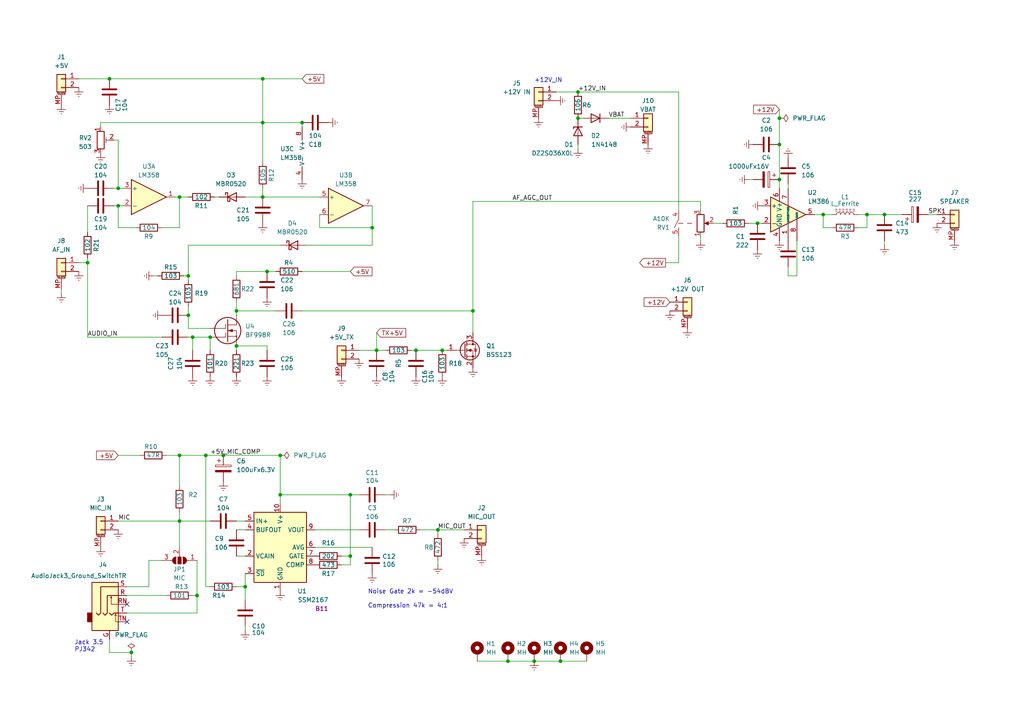
<source format=kicad_sch>
(kicad_sch (version 20230121) (generator eeschema)
  (paper "A4")
  (lib_symbols
    (symbol "Amplifier_Audio:LM386" (pin_names (offset 0.127))
      (property "Reference" "U" (at 1.27 7.62 0))
      (property "Value" "LM386" (at 1.27 5.08 0))
      (symbol "LM386_1_1"
        (pin input line (at 0 -7.62 90) (length 5.08) (name "GAIN") (number "1"))
        (pin input line (at -7.62 -2.54 0) (length 2.54) (name "-") (number "2"))
        (pin input line (at -7.62 2.54 0) (length 2.54) (name "+") (number "3"))
        (pin power_in line (at -2.54 -7.62 90) (length 3.81) (name "GND") (number "4"))
        (pin output line (at 7.62 0 180) (length 2.54) (name "~") (number "5"))
        (pin power_in line (at -2.54 7.62 270) (length 3.81) (name "V+") (number "6"))
        (pin input line (at 0 7.62 270) (length 5.08) (name "BYPASS") (number "7"))
        (pin input line (at 2.54 -7.62 90) (length 6.35) (name "GAIN") (number "8"))
      )
    )
    (symbol "Amplifier_Audio:SSM2167"
      (property "Reference" "U" (at -6.35 11.43 0))
      (property "Value" "SSM2167" (at 5.08 11.43 0))
      (symbol "SSM2167_1_1"
        (pin power_in line (at 0 -12.7 90) (length 2.54) (name "GND") (number "1"))
        (pin power_in line (at 0 12.7 270) (length 2.54) (name "V+") (number "10"))
        (pin input line (at -10.16 -2.54 0) (length 2.54) (name "VCAIN") (number "2"))
        (pin input line (at -10.16 -7.62 0) (length 2.54) (name "~{SD}") (number "3"))
        (pin output line (at -10.16 5.08 0) (length 2.54) (name "BUFOUT") (number "4"))
        (pin input line (at -10.16 7.62 0) (length 2.54) (name "IN+") (number "5"))
        (pin passive line (at 10.16 0 180) (length 2.54) (name "AVG") (number "6"))
        (pin passive line (at 10.16 -2.54 180) (length 2.54) (name "GATE") (number "7"))
        (pin passive line (at 10.16 -5.08 180) (length 2.54) (name "COMP") (number "8"))
        (pin output line (at 10.16 5.08 180) (length 2.54) (name "VOUT") (number "9"))
      )
    )
    (symbol "Amplifier_Operational:LM358" (pin_names (offset 0.127))
      (property "Reference" "U" (at 0 5.08 0))
      (property "Value" "LM358" (at 0 -5.08 0))
      (symbol "LM358_1_1"
        (pin output line (at 7.62 0 180) (length 2.54) (name "~") (number "1"))
        (pin input line (at -7.62 -2.54 0) (length 2.54) (name "-") (number "2"))
        (pin input line (at -7.62 2.54 0) (length 2.54) (name "+") (number "3"))
      )
      (symbol "LM358_2_1"
        (pin input line (at -7.62 2.54 0) (length 2.54) (name "+") (number "5"))
        (pin input line (at -7.62 -2.54 0) (length 2.54) (name "-") (number "6"))
        (pin output line (at 7.62 0 180) (length 2.54) (name "~") (number "7"))
      )
      (symbol "LM358_3_1"
        (pin power_in line (at -2.54 -7.62 90) (length 3.81) (name "V-") (number "4"))
        (pin power_in line (at -2.54 7.62 270) (length 3.81) (name "V+") (number "8"))
      )
    )
    (symbol "Connector_Audio:AudioJack3_Ground_SwitchTR"
      (property "Reference" "J" (at 0 8.89 0))
      (property "Value" "AudioJack3_Ground_SwitchTR" (at 0 6.35 0))
      (symbol "AudioJack3_Ground_SwitchTR_1_1"
        (pin passive line (at 0 -12.7 90) (length 2.54) (name "~") (number "G"))
        (pin passive line (at 5.08 0 180) (length 2.54) (name "~") (number "R"))
        (pin passive line (at 5.08 -2.54 180) (length 2.54) (name "~") (number "RN"))
        (pin passive line (at 5.08 2.54 180) (length 2.54) (name "~") (number "S"))
        (pin passive line (at 5.08 -5.08 180) (length 2.54) (name "~") (number "T"))
        (pin passive line (at 5.08 -7.62 180) (length 2.54) (name "~") (number "TN"))
      )
    )
    (symbol "Connector_Generic_MountingPin:Conn_01x02_MountingPin" (pin_names (offset 1.016) hide)
      (property "Reference" "J" (at 0 2.54 0))
      (property "Value" "Conn_01x02_MountingPin" (at 1.27 -5.08 0))
      (symbol "Conn_01x02_MountingPin_1_1"
        (text "Mounting" (at 0 -4.191 0) (effects (font (size 0.381 0.381))))
        (pin passive line (at -5.08 0 0) (length 3.81) (name "Pin_1") (number "1"))
        (pin passive line (at -5.08 -2.54 0) (length 3.81) (name "Pin_2") (number "2"))
        (pin passive line (at 0 -7.62 90) (length 3.048) (name "MountPin") (number "MP"))
      )
    )
    (symbol "Device:C" (pin_numbers hide) (pin_names (offset 0.254))
      (property "Reference" "C" (at 0.635 2.54 0))
      (property "Value" "C" (at 0.635 -2.54 0))
      (symbol "C_1_1"
        (pin passive line (at 0 3.81 270) (length 2.794) (name "~") (number "1"))
        (pin passive line (at 0 -3.81 90) (length 2.794) (name "~") (number "2"))
      )
    )
    (symbol "Device:C_Polarized" (pin_numbers hide) (pin_names (offset 0.254))
      (property "Reference" "C" (at 0.635 2.54 0))
      (property "Value" "C_Polarized" (at 0.635 -2.54 0))
      (symbol "C_Polarized_1_1"
        (pin passive line (at 0 3.81 270) (length 2.794) (name "~") (number "1"))
        (pin passive line (at 0 -3.81 90) (length 2.794) (name "~") (number "2"))
      )
    )
    (symbol "Device:D" (pin_numbers hide) (pin_names (offset 1.016) hide)
      (property "Reference" "D" (at 0 2.54 0))
      (property "Value" "D" (at 0 -2.54 0))
      (symbol "D_1_1"
        (pin passive line (at -3.81 0 0) (length 2.54) (name "K") (number "1"))
        (pin passive line (at 3.81 0 180) (length 2.54) (name "A") (number "2"))
      )
    )
    (symbol "Device:L_Ferrite" (pin_numbers hide) (pin_names (offset 1.016) hide)
      (property "Reference" "L" (at -1.27 0 90))
      (property "Value" "L_Ferrite" (at 2.794 0 90))
      (symbol "L_Ferrite_1_1"
        (pin passive line (at 0 3.81 270) (length 1.27) (name "1") (number "1"))
        (pin passive line (at 0 -3.81 90) (length 1.27) (name "2") (number "2"))
      )
    )
    (symbol "Device:R" (pin_numbers hide) (pin_names (offset 0))
      (property "Reference" "R" (at 2.032 0 90))
      (property "Value" "R" (at 0 0 90))
      (symbol "R_1_1"
        (pin passive line (at 0 3.81 270) (length 1.27) (name "~") (number "1"))
        (pin passive line (at 0 -3.81 90) (length 1.27) (name "~") (number "2"))
      )
    )
    (symbol "Device:R_Potentiometer_Trim" (pin_names (offset 1.016) hide)
      (property "Reference" "RV" (at -4.445 0 90))
      (property "Value" "R_Potentiometer_Trim" (at -2.54 0 90))
      (symbol "R_Potentiometer_Trim_1_1"
        (pin passive line (at 0 3.81 270) (length 1.27) (name "1") (number "1"))
        (pin passive line (at 3.81 0 180) (length 1.27) (name "2") (number "2"))
        (pin passive line (at 0 -3.81 90) (length 1.27) (name "3") (number "3"))
      )
    )
    (symbol "Diode:DZ2S036X0L" (pin_numbers hide) (pin_names hide)
      (property "Reference" "D" (at 0 2.54 0))
      (property "Value" "DZ2S036X0L" (at 0 -2.54 0))
      (symbol "DZ2S036X0L_1_1"
        (pin passive line (at -3.81 0 0) (length 2.54) (name "K") (number "1"))
        (pin passive line (at 3.81 0 180) (length 2.54) (name "A") (number "2"))
      )
    )
    (symbol "Diode:MBR0520" (pin_numbers hide) (pin_names (offset 1.016) hide)
      (property "Reference" "D" (at 0 2.54 0))
      (property "Value" "MBR0520" (at 0 -2.54 0))
      (symbol "MBR0520_1_1"
        (pin passive line (at -3.81 0 0) (length 2.54) (name "K") (number "1"))
        (pin passive line (at 3.81 0 180) (length 2.54) (name "A") (number "2"))
      )
    )
    (symbol "Jumper:SolderJumper_3_Open" (pin_names (offset 0) hide)
      (property "Reference" "JP" (at -2.54 -2.54 0))
      (property "Value" "SolderJumper_3_Open" (at 0 2.794 0))
      (symbol "SolderJumper_3_Open_1_1"
        (pin passive line (at -5.08 0 0) (length 2.54) (name "A") (number "1"))
        (pin passive line (at 0 -3.81 90) (length 2.54) (name "C") (number "2"))
        (pin passive line (at 5.08 0 180) (length 2.54) (name "B") (number "3"))
      )
    )
    (symbol "Mechanical:MountingHole_Pad" (pin_numbers hide) (pin_names (offset 1.016) hide)
      (property "Reference" "H" (at 0 6.35 0))
      (property "Value" "MountingHole_Pad" (at 0 4.445 0))
      (symbol "MountingHole_Pad_1_1"
        (pin input line (at 0 -2.54 90) (length 2.54) (name "1") (number "1"))
      )
    )
    (symbol "PhilsLibrary:BF998R" (pin_numbers hide) (pin_names (offset 1.016) hide)
      (property "Reference" "U" (at 0 8.89 0))
      (property "Value" "BF998R" (at 0 8.89 0))
      (symbol "BF998R_1_1"
        (pin passive line (at 2.54 -3.81 90) (length 2.54) (name "S") (number "1"))
        (pin passive line (at 2.54 5.08 270) (length 2.54) (name "D") (number "2"))
        (pin passive line (at -5.08 1.27 0) (length 2.54) (name "G2") (number "3"))
        (pin passive line (at -5.08 -1.27 0) (length 2.54) (name "G1") (number "4"))
      )
    )
    (symbol "PhilsLibrary:R_Potentiometer_Switch" (pin_names (offset 1.016) hide)
      (property "Reference" "RV" (at -10.16 0 90))
      (property "Value" "R_Potentiometer_Switch" (at -8.89 0 90))
      (symbol "R_Potentiometer_Switch_1_1"
        (pin passive line (at 0 3.81 270) (length 1.27) (name "1") (number "1"))
        (pin passive line (at 3.81 0 180) (length 1.27) (name "2") (number "2"))
        (pin passive line (at 0 -3.81 90) (length 1.27) (name "3") (number "3"))
        (pin passive line (at -6.35 -3.81 90) (length 2.54) (name "S2") (number "4"))
        (pin passive line (at -6.35 3.81 270) (length 2.54) (name "S1") (number "5"))
      )
    )
    (symbol "Transistor_FET:BSS123" (pin_names hide)
      (property "Reference" "Q" (at 5.08 1.905 0))
      (property "Value" "BSS123" (at 5.08 0 0))
      (symbol "BSS123_1_1"
        (pin input line (at -5.08 0 0) (length 2.54) (name "G") (number "1"))
        (pin passive line (at 2.54 -5.08 90) (length 2.54) (name "S") (number "2"))
        (pin passive line (at 2.54 5.08 270) (length 2.54) (name "D") (number "3"))
      )
    )
    (symbol "power:Earth" (power) (pin_names (offset 0))
      (symbol "Earth_1_1"
        (pin power_in line (at 0 0 270) (length 0) hide (name "Earth") (number "1"))
      )
    )
    (symbol "power:PWR_FLAG" (power) (pin_numbers hide) (pin_names (offset 0) hide)
      (property "Value" "PWR_FLAG" (at 0 3.81 0))
      (symbol "PWR_FLAG_0_0"
        (pin power_out line (at 0 0 90) (length 0) (name "pwr") (number "1"))
      )
    )
  )
  (junction (at 107.95 66.04))
  (junction (at 54.61 91.44))
  (junction (at 162.56 191.77))
  (junction (at 25.4 76.2))
  (junction (at 54.61 80.01))
  (junction (at 219.71 64.77))
  (junction (at 256.54 62.23))
  (junction (at 71.12 170.18))
  (junction (at 226.06 41.91))
  (junction (at 167.64 26.67))
  (junction (at 81.28 143.51))
  (junction (at 76.2 22.86))
  (junction (at 57.15 172.72))
  (junction (at 60.96 97.79))
  (junction (at 68.58 100.33))
  (junction (at 52.07 57.15))
  (junction (at 251.46 62.23))
  (junction (at 127 153.67))
  (junction (at 68.58 90.17))
  (junction (at 120.65 101.6))
  (junction (at 87.63 35.56))
  (junction (at 55.88 97.79))
  (junction (at 76.2 57.15))
  (junction (at 137.16 90.17))
  (junction (at 64.77 132.08))
  (junction (at 101.6 161.29))
  (junction (at 109.22 101.6))
  (junction (at 128.27 101.6))
  (junction (at 34.29 54.61))
  (junction (at 31.75 22.86))
  (junction (at 167.64 34.29))
  (junction (at 52.07 132.08))
  (junction (at 101.6 143.51))
  (junction (at 76.2 35.56))
  (junction (at 77.47 78.74))
  (junction (at 81.28 132.08))
  (junction (at 147.32 191.77))
  (junction (at 38.1 189.23))
  (junction (at 52.07 151.13))
  (junction (at 226.06 52.07))
  (junction (at 154.94 191.77))
  (junction (at 34.29 59.69))
  (junction (at 226.06 34.29))
  (junction (at 59.69 132.08))
  (junction (at 238.76 62.23))
  (no_connect (at 36.83 180.34))
  (no_connect (at 36.83 175.26))
  (wire (pts (xy 57.15 172.72) (xy 57.15 177.8)))
  (wire (pts (xy 137.16 90.17) (xy 137.16 96.52)))
  (wire (pts (xy 76.2 22.86) (xy 76.2 35.56)))
  (wire (pts (xy 81.28 143.51) (xy 101.6 143.51)))
  (wire (pts (xy 31.75 22.86) (xy 76.2 22.86)))
  (wire (pts (xy 128.27 101.6) (xy 129.54 101.6)))
  (wire (pts (xy 34.29 66.04) (xy 34.29 59.69)))
  (wire (pts (xy 68.58 90.17) (xy 68.58 91.44)))
  (wire (pts (xy 218.44 52.07) (xy 217.17 52.07)))
  (wire (pts (xy 36.83 170.18) (xy 43.18 170.18)))
  (wire (pts (xy 39.37 66.04) (xy 34.29 66.04)))
  (wire (pts (xy 52.07 57.15) (xy 50.8 57.15)))
  (wire (pts (xy 34.29 54.61) (xy 35.56 54.61)))
  (wire (pts (xy 54.61 71.12) (xy 54.61 80.01)))
  (wire (pts (xy 54.61 97.79) (xy 55.88 97.79)))
  (wire (pts (xy 256.54 62.23) (xy 261.62 62.23)))
  (wire (pts (xy 68.58 153.67) (xy 71.12 153.67)))
  (wire (pts (xy 59.69 132.08) (xy 64.77 132.08)))
  (wire (pts (xy 147.32 191.77) (xy 154.94 191.77)))
  (wire (pts (xy 207.01 64.77) (xy 209.55 64.77)))
  (wire (pts (xy 120.65 101.6) (xy 128.27 101.6)))
  (wire (pts (xy 238.76 62.23) (xy 238.76 66.04)))
  (wire (pts (xy 226.06 34.29) (xy 226.06 41.91)))
  (wire (pts (xy 25.4 67.31) (xy 25.4 59.69)))
  (wire (pts (xy 162.56 191.77) (xy 170.18 191.77)))
  (wire (pts (xy 154.94 191.77) (xy 162.56 191.77)))
  (wire (pts (xy 119.38 101.6) (xy 120.65 101.6)))
  (wire (pts (xy 57.15 162.56) (xy 57.15 172.72)))
  (wire (pts (xy 36.83 172.72) (xy 48.26 172.72)))
  (wire (pts (xy 81.28 143.51) (xy 81.28 146.05)))
  (wire (pts (xy 91.44 153.67) (xy 104.14 153.67)))
  (wire (pts (xy 101.6 161.29) (xy 99.06 161.29)))
  (wire (pts (xy 68.58 151.13) (xy 71.12 151.13)))
  (wire (pts (xy 62.23 57.15) (xy 63.5 57.15)))
  (wire (pts (xy 68.58 78.74) (xy 77.47 78.74)))
  (wire (pts (xy 52.07 57.15) (xy 54.61 57.15)))
  (wire (pts (xy 203.2 58.42) (xy 203.2 60.96)))
  (wire (pts (xy 127 154.94) (xy 127 153.67)))
  (wire (pts (xy 68.58 87.63) (xy 68.58 90.17)))
  (wire (pts (xy 217.17 64.77) (xy 219.71 64.77)))
  (wire (pts (xy 76.2 46.99) (xy 76.2 35.56)))
  (wire (pts (xy 196.85 26.67) (xy 196.85 60.96)))
  (wire (pts (xy 92.71 62.23) (xy 92.71 66.04)))
  (wire (pts (xy 88.9 71.12) (xy 107.95 71.12)))
  (wire (pts (xy 22.86 22.86) (xy 31.75 22.86)))
  (wire (pts (xy 168.91 34.29) (xy 167.64 34.29)))
  (wire (pts (xy 68.58 170.18) (xy 71.12 170.18)))
  (wire (pts (xy 138.43 191.77) (xy 147.32 191.77)))
  (wire (pts (xy 34.29 59.69) (xy 35.56 59.69)))
  (wire (pts (xy 34.29 40.64) (xy 33.02 40.64)))
  (wire (pts (xy 46.99 97.79) (xy 25.4 97.79)))
  (wire (pts (xy 104.14 143.51) (xy 101.6 143.51)))
  (wire (pts (xy 182.88 34.29) (xy 176.53 34.29)))
  (wire (pts (xy 33.02 59.69) (xy 34.29 59.69)))
  (wire (pts (xy 25.4 76.2) (xy 25.4 74.93)))
  (wire (pts (xy 92.71 66.04) (xy 107.95 66.04)))
  (wire (pts (xy 43.18 162.56) (xy 46.99 162.56)))
  (wire (pts (xy 34.29 132.08) (xy 40.64 132.08)))
  (wire (pts (xy 38.1 189.23) (xy 31.75 189.23)))
  (wire (pts (xy 87.63 35.56) (xy 76.2 35.56)))
  (wire (pts (xy 87.63 36.83) (xy 87.63 35.56)))
  (wire (pts (xy 54.61 81.28) (xy 54.61 80.01)))
  (wire (pts (xy 109.22 101.6) (xy 111.76 101.6)))
  (wire (pts (xy 226.06 31.75) (xy 226.06 34.29)))
  (wire (pts (xy 38.1 189.23) (xy 38.1 190.5)))
  (wire (pts (xy 81.28 71.12) (xy 54.61 71.12)))
  (wire (pts (xy 55.88 97.79) (xy 55.88 101.6)))
  (wire (pts (xy 248.92 62.23) (xy 251.46 62.23)))
  (wire (pts (xy 68.58 90.17) (xy 80.01 90.17)))
  (wire (pts (xy 71.12 182.88) (xy 71.12 181.61)))
  (wire (pts (xy 81.28 132.08) (xy 81.28 143.51)))
  (wire (pts (xy 59.69 170.18) (xy 60.96 170.18)))
  (wire (pts (xy 193.04 76.2) (xy 196.85 76.2)))
  (wire (pts (xy 167.64 26.67) (xy 196.85 26.67)))
  (wire (pts (xy 64.77 132.08) (xy 81.28 132.08)))
  (wire (pts (xy 228.6 80.01) (xy 228.6 77.47)))
  (wire (pts (xy 52.07 151.13) (xy 52.07 158.75)))
  (wire (pts (xy 137.16 58.42) (xy 203.2 58.42)))
  (wire (pts (xy 228.6 80.01) (xy 231.14 80.01)))
  (wire (pts (xy 101.6 163.83) (xy 99.06 163.83)))
  (wire (pts (xy 52.07 140.97) (xy 52.07 132.08)))
  (wire (pts (xy 71.12 57.15) (xy 76.2 57.15)))
  (wire (pts (xy 68.58 78.74) (xy 68.58 80.01)))
  (wire (pts (xy 77.47 78.74) (xy 80.01 78.74)))
  (wire (pts (xy 256.54 69.85) (xy 256.54 71.12)))
  (wire (pts (xy 53.34 80.01) (xy 54.61 80.01)))
  (wire (pts (xy 29.21 36.83) (xy 29.21 35.56)))
  (wire (pts (xy 52.07 151.13) (xy 60.96 151.13)))
  (wire (pts (xy 17.78 83.82) (xy 17.78 85.09)))
  (wire (pts (xy 137.16 90.17) (xy 137.16 58.42)))
  (wire (pts (xy 52.07 151.13) (xy 52.07 148.59)))
  (wire (pts (xy 196.85 76.2) (xy 196.85 68.58)))
  (wire (pts (xy 48.26 132.08) (xy 52.07 132.08)))
  (wire (pts (xy 54.61 95.25) (xy 54.61 91.44)))
  (wire (pts (xy 29.21 35.56) (xy 76.2 35.56)))
  (wire (pts (xy 25.4 76.2) (xy 25.4 97.79)))
  (wire (pts (xy 236.22 62.23) (xy 238.76 62.23)))
  (wire (pts (xy 46.99 66.04) (xy 52.07 66.04)))
  (wire (pts (xy 52.07 132.08) (xy 59.69 132.08)))
  (wire (pts (xy 68.58 100.33) (xy 77.47 100.33)))
  (wire (pts (xy 45.72 80.01) (xy 44.45 80.01)))
  (wire (pts (xy 104.14 101.6) (xy 109.22 101.6)))
  (wire (pts (xy 55.88 172.72) (xy 57.15 172.72)))
  (wire (pts (xy 251.46 62.23) (xy 256.54 62.23)))
  (wire (pts (xy 76.2 57.15) (xy 92.71 57.15)))
  (wire (pts (xy 228.6 53.34) (xy 228.6 54.61)))
  (wire (pts (xy 71.12 161.29) (xy 68.58 161.29)))
  (wire (pts (xy 36.83 177.8) (xy 57.15 177.8)))
  (wire (pts (xy 71.12 166.37) (xy 71.12 170.18)))
  (wire (pts (xy 219.71 64.77) (xy 220.98 64.77)))
  (wire (pts (xy 203.2 68.58) (xy 203.2 69.85)))
  (wire (pts (xy 226.06 52.07) (xy 226.06 54.61)))
  (wire (pts (xy 71.12 173.99) (xy 71.12 170.18)))
  (wire (pts (xy 111.76 153.67) (xy 114.3 153.67)))
  (wire (pts (xy 76.2 57.15) (xy 76.2 54.61)))
  (wire (pts (xy 55.88 97.79) (xy 60.96 97.79)))
  (wire (pts (xy 251.46 62.23) (xy 251.46 66.04)))
  (wire (pts (xy 101.6 143.51) (xy 101.6 161.29)))
  (wire (pts (xy 109.22 96.52) (xy 109.22 101.6)))
  (wire (pts (xy 31.75 189.23) (xy 31.75 185.42)))
  (wire (pts (xy 43.18 162.56) (xy 43.18 170.18)))
  (wire (pts (xy 238.76 62.23) (xy 241.3 62.23)))
  (wire (pts (xy 127 162.56) (xy 127 163.83)))
  (wire (pts (xy 60.96 97.79) (xy 60.96 101.6)))
  (wire (pts (xy 34.29 151.13) (xy 52.07 151.13)))
  (wire (pts (xy 52.07 66.04) (xy 52.07 57.15)))
  (wire (pts (xy 91.44 158.75) (xy 107.95 158.75)))
  (wire (pts (xy 60.96 95.25) (xy 54.61 95.25)))
  (wire (pts (xy 107.95 66.04) (xy 107.95 59.69)))
  (wire (pts (xy 87.63 78.74) (xy 101.6 78.74)))
  (wire (pts (xy 111.76 143.51) (xy 113.03 143.51)))
  (wire (pts (xy 251.46 66.04) (xy 248.92 66.04)))
  (wire (pts (xy 101.6 163.83) (xy 101.6 161.29)))
  (wire (pts (xy 34.29 54.61) (xy 33.02 54.61)))
  (wire (pts (xy 167.64 41.91) (xy 167.64 43.18)))
  (wire (pts (xy 34.29 40.64) (xy 34.29 54.61)))
  (wire (pts (xy 269.24 62.23) (xy 271.78 62.23)))
  (wire (pts (xy 76.2 22.86) (xy 87.63 22.86)))
  (wire (pts (xy 121.92 153.67) (xy 127 153.67)))
  (wire (pts (xy 22.86 76.2) (xy 25.4 76.2)))
  (wire (pts (xy 238.76 66.04) (xy 241.3 66.04)))
  (wire (pts (xy 68.58 100.33) (xy 68.58 101.6)))
  (wire (pts (xy 107.95 71.12) (xy 107.95 66.04)))
  (wire (pts (xy 231.14 80.01) (xy 231.14 69.85)))
  (wire (pts (xy 59.69 132.08) (xy 59.69 170.18)))
  (wire (pts (xy 161.29 26.67) (xy 167.64 26.67)))
  (wire (pts (xy 226.06 41.91) (xy 226.06 52.07)))
  (wire (pts (xy 127 153.67) (xy 134.62 153.67)))
  (wire (pts (xy 87.63 90.17) (xy 137.16 90.17)))
  (wire (pts (xy 54.61 88.9) (xy 54.61 91.44)))
  (wire (pts (xy 77.47 100.33) (xy 77.47 101.6)))
  (text "Jack 3.5\nPJ342\n" (at 21.59 189.23 0) (effects (font (size 1.27 1.27)) (justify left bottom)))
  (text "+12V_IN" (at 154.94 24.13 0) (effects (font (size 1.27 1.27)) (justify left bottom)))
  (text "Noise Gate 2k = -54dBV\n\nCompression 47k = 4:1" (at 106.68 176.53 0) (effects (font (size 1.27 1.27)) (justify left bottom)))
  (label "SPK" (at 269.24 62.23 0))
  (label "AF_AGC_OUT" (at 148.59 58.42 0))
  (label "MIC" (at 34.29 151.13 0))
  (label "MIC_OUT" (at 127 153.67 0))
  (label "+5V_MIC_COMP" (at 60.96 132.08 0))
  (label "AUDIO_IN" (at 25.4 97.79 0))
  (label "+12V_IN" (at 167.64 26.67 0))
  (label "VBAT" (at 176.53 34.29 0))
  (global_label "+12V" (shape output) (at 193.04 76.2 180) (property "Intersheetrefs" "${INTERSHEET_REFS}" (effects hide)))
  (global_label "+5V" (shape input) (at 101.6 78.74 0) (property "Intersheetrefs" "${INTERSHEET_REFS}" (effects hide)))
  (global_label "+5V" (shape input) (at 34.29 132.08 180) (property "Intersheetrefs" "${INTERSHEET_REFS}" (effects hide)))
  (global_label "+12V" (shape input) (at 226.06 31.75 180) (property "Intersheetrefs" "${INTERSHEET_REFS}" (effects hide)))
  (global_label "+5V" (shape input) (at 87.63 22.86 0) (property "Intersheetrefs" "${INTERSHEET_REFS}" (effects hide)))
  (global_label "+12V" (shape input) (at 194.31 87.63 180) (property "Intersheetrefs" "${INTERSHEET_REFS}" (effects hide)))
  (global_label "TX+5V" (shape input) (at 109.22 96.52 0) (property "Intersheetrefs" "${INTERSHEET_REFS}" (effects hide)))
  (symbol (lib_id "power:Earth") (at 29.21 158.75 0) (unit 1)
    (property "Reference" "#PWR012" (effects hide))
    (property "Value" "Earth" (effects hide))
  )
  (symbol (lib_id "power:Earth") (at 154.94 191.77 0) (unit 1)
    (property "Reference" "#PWR014" (effects hide))
    (property "Value" "Earth" (effects hide))
  )
  (symbol (lib_id "power:Earth") (at 217.17 52.07 270) (unit 1)
    (property "Reference" "#PWR04" (effects hide))
    (property "Value" "Earth" (effects hide))
  )
  (symbol (lib_id "Device:R") (at 118.11 153.67 90) (unit 1)
    (property "Reference" "R7" (at 119.38 151.13 90) (effects (justify left)))
    (property "Value" "472" (at 118.11 153.67 90))
    (property "Footprint" "Resistor_SMD:R_0805_2012Metric" (effects hide))
  )
  (symbol (lib_id "Connector_Generic_MountingPin:Conn_01x02_MountingPin") (at 156.21 26.67 0) (mirror y) (unit 1)
    (property "Reference" "J5" (at 149.86 24.13 0))
    (property "Value" "+12V IN" (at 149.86 26.67 0))
    (property "Footprint" "Connector_JST:JST_PH_S2B-PH-SM4-TB_1x02-1MP_P2.00mm_Horizontal" (effects hide))
  )
  (symbol (lib_id "power:Earth") (at 199.39 95.25 0) (unit 1)
    (property "Reference" "#PWR026" (effects hide))
    (property "Value" "Earth" (effects hide))
  )
  (symbol (lib_id "Connector_Generic_MountingPin:Conn_01x02_MountingPin") (at 17.78 76.2 0) (mirror y) (unit 1)
    (property "Reference" "J8" (at 17.78 69.85 0))
    (property "Value" "AF_IN" (at 17.78 72.39 0))
    (property "Footprint" "Connector_JST:JST_PH_S2B-PH-SM4-TB_1x02-1MP_P2.00mm_Horizontal" (effects hide))
  )
  (symbol (lib_id "power:Earth") (at 95.25 35.56 90) (unit 1)
    (property "Reference" "#PWR040" (effects hide))
    (property "Value" "Earth" (effects hide))
  )
  (symbol (lib_id "Device:R") (at 60.96 105.41 0) (unit 1)
    (property "Reference" "R20" (at 62.23 105.41 0) (effects (justify left)))
    (property "Value" "101" (at 60.96 105.41 90))
    (property "Footprint" "Resistor_SMD:R_0805_2012Metric" (effects hide))
  )
  (symbol (lib_id "power:Earth") (at 203.2 69.85 0) (unit 1)
    (property "Reference" "#PWR02" (effects hide))
    (property "Value" "Earth" (effects hide))
  )
  (symbol (lib_id "Device:C") (at 219.71 68.58 0) (unit 1)
    (property "Reference" "C1" (at 213.36 68.58 0) (effects (justify left)))
    (property "Value" "222" (at 213.36 71.12 0) (effects (justify left)))
    (property "Footprint" "Capacitor_SMD:C_0805_2012Metric" (effects hide))
  )
  (symbol (lib_id "Amplifier_Operational:LM358") (at 90.17 44.45 0) (unit 3)
    (property "Reference" "U3" (at 81.28 43.18 0) (effects (justify left)))
    (property "Value" "LM358" (at 81.28 45.72 0) (effects (justify left)))
    (property "Footprint" "Package_SO:SO-8_3.9x4.9mm_P1.27mm" (effects hide))
    (property "Datasheet" "http://www.ti.com/lit/ds/symlink/lm2904-n.pdf" (effects hide))
  )
  (symbol (lib_id "Device:R") (at 83.82 78.74 90) (unit 1)
    (property "Reference" "R4" (at 85.09 76.2 90) (effects (justify left)))
    (property "Value" "510" (at 83.82 78.74 90))
    (property "Footprint" "Resistor_SMD:R_0805_2012Metric" (effects hide))
  )
  (symbol (lib_id "power:Earth") (at 22.86 25.4 0) (unit 1)
    (property "Reference" "#PWR011" (effects hide))
    (property "Value" "Earth" (effects hide))
  )
  (symbol (lib_id "Device:C") (at 76.2 60.96 180) (unit 1)
    (property "Reference" "C21" (at 68.58 60.96 0) (effects (justify right)))
    (property "Value" "105" (at 68.58 63.5 0) (effects (justify right)))
    (property "Footprint" "Capacitor_SMD:C_0805_2012Metric" (effects hide))
  )
  (symbol (lib_id "Device:R") (at 128.27 105.41 180) (unit 1)
    (property "Reference" "R18" (at 132.08 105.41 0))
    (property "Value" "103" (at 128.27 105.41 90))
    (property "Footprint" "Resistor_SMD:R_0805_2012Metric" (effects hide))
  )
  (symbol (lib_id "power:Earth") (at 44.45 80.01 270) (mirror x) (unit 1)
    (property "Reference" "#PWR045" (effects hide))
    (property "Value" "Earth" (effects hide))
  )
  (symbol (lib_id "power:PWR_FLAG") (at 226.06 34.29 270) (unit 1)
    (property "Reference" "#FLG02" (effects hide))
    (property "Value" "PWR_FLAG" (at 229.87 34.29 90) (effects (justify left)))
  )
  (symbol (lib_id "power:Earth") (at 271.78 64.77 0) (unit 1)
    (property "Reference" "#PWR029" (effects hide))
    (property "Value" "Earth" (effects hide))
  )
  (symbol (lib_id "power:Earth") (at 139.7 161.29 0) (unit 1)
    (property "Reference" "#PWR06" (effects hide))
    (property "Value" "Earth" (effects hide))
  )
  (symbol (lib_id "power:Earth") (at 64.77 139.7 0) (unit 1)
    (property "Reference" "#PWR010" (effects hide))
    (property "Value" "Earth" (effects hide))
  )
  (symbol (lib_id "power:Earth") (at 109.22 109.22 0) (unit 1)
    (property "Reference" "#PWR033" (effects hide))
    (property "Value" "Earth" (effects hide))
  )
  (symbol (lib_id "power:Earth") (at 38.1 190.5 0) (unit 1)
    (property "Reference" "#PWR016" (effects hide))
    (property "Value" "Earth" (effects hide))
  )
  (symbol (lib_id "Device:C") (at 77.47 105.41 180) (unit 1)
    (property "Reference" "C25" (at 81.28 104.14 0) (effects (justify right)))
    (property "Value" "106" (at 81.28 106.68 0) (effects (justify right)))
    (property "Footprint" "Capacitor_SMD:C_0805_2012Metric" (effects hide))
  )
  (symbol (lib_id "power:Earth") (at 120.65 109.22 0) (unit 1)
    (property "Reference" "#PWR034" (effects hide))
    (property "Value" "Earth" (effects hide))
  )
  (symbol (lib_id "Device:L_Ferrite") (at 245.11 62.23 90) (unit 1)
    (property "Reference" "L1" (at 245.11 57.15 90))
    (property "Value" "L_Ferrite" (at 245.11 59.055 90))
    (property "Footprint" "Inductor_SMD:L_Taiyo-Yuden_NR-10050_9.8x10.0mm" (effects hide))
  )
  (symbol (lib_id "Device:R") (at 127 158.75 180) (unit 1)
    (property "Reference" "R8" (at 125.73 158.75 0) (effects (justify left)))
    (property "Value" "472" (at 127 158.75 90))
    (property "Footprint" "Resistor_SMD:R_0805_2012Metric" (effects hide))
  )
  (symbol (lib_id "power:Earth") (at 29.21 44.45 0) (unit 1)
    (property "Reference" "#PWR043" (effects hide))
    (property "Value" "Earth" (effects hide))
  )
  (symbol (lib_id "power:Earth") (at 218.44 41.91 270) (unit 1)
    (property "Reference" "#PWR09" (effects hide))
    (property "Value" "Earth" (effects hide))
  )
  (symbol (lib_id "power:Earth") (at 104.14 104.14 0) (unit 1)
    (property "Reference" "#PWR032" (effects hide))
    (property "Value" "Earth" (effects hide))
  )
  (symbol (lib_id "power:Earth") (at 156.21 34.29 0) (unit 1)
    (property "Reference" "#PWR025" (effects hide))
    (property "Value" "Earth" (effects hide))
  )
  (symbol (lib_id "power:Earth") (at 17.78 30.48 0) (unit 1)
    (property "Reference" "#PWR08" (effects hide))
    (property "Value" "Earth" (effects hide))
  )
  (symbol (lib_id "power:Earth") (at 226.06 69.85 0) (unit 1)
    (property "Reference" "#PWR022" (effects hide))
    (property "Value" "Earth" (effects hide))
  )
  (symbol (lib_id "power:Earth") (at 31.75 30.48 0) (unit 1)
    (property "Reference" "#PWR039" (effects hide))
    (property "Value" "Earth" (effects hide))
  )
  (symbol (lib_id "Device:C") (at 107.95 143.51 90) (unit 1)
    (property "Reference" "C11" (at 107.95 137.1092 90))
    (property "Value" "104" (at 107.95 139.4206 90))
    (property "Footprint" "Capacitor_SMD:C_0805_2012Metric" (effects hide))
    (property "VendorPart" "CC0805KRX7R9BB104" (effects hide))
    (property "LCSC Part" "C49678" (effects hide))
    (property "Manufacturer" "Samsung Electro-Mechanics" (effects hide))
  )
  (symbol (lib_id "Amplifier_Audio:LM386") (at 228.6 62.23 0) (unit 1)
    (property "Reference" "U2" (at 235.585 55.88 0))
    (property "Value" "LM386" (at 237.49 58.42 0))
    (property "Footprint" "Package_SO:PowerIntegrations_SO-8" (effects hide))
    (property "Datasheet" "http://www.ti.com/lit/ds/symlink/lm386.pdf" (effects hide))
  )
  (symbol (lib_id "Device:R") (at 68.58 105.41 0) (unit 1)
    (property "Reference" "R23" (at 69.85 105.41 0) (effects (justify left)))
    (property "Value" "221" (at 68.58 105.41 90))
    (property "Footprint" "Resistor_SMD:R_0805_2012Metric" (effects hide))
  )
  (symbol (lib_id "Device:C") (at 68.58 157.48 0) (unit 1)
    (property "Reference" "C9" (at 62.23 156.21 0) (effects (justify left)))
    (property "Value" "106" (at 62.23 158.75 0) (effects (justify left)))
    (property "Footprint" "Capacitor_SMD:C_0805_2012Metric" (effects hide))
    (property "LCSC Part" "C15850" (effects hide))
    (property "Manufacturer" "Samsung Electro-Mechanics" (effects hide))
    (property "VendorPart" "CL21A106KAYNNNE" (effects hide))
  )
  (symbol (lib_id "Device:R") (at 213.36 64.77 90) (unit 1)
    (property "Reference" "R1" (at 213.36 60.96 0))
    (property "Value" "103" (at 213.36 64.77 90))
    (property "Footprint" "Resistor_SMD:R_0805_2012Metric" (effects hide))
  )
  (symbol (lib_id "Mechanical:MountingHole_Pad") (at 138.43 189.23 0) (unit 1)
    (property "Reference" "H1" (at 140.97 186.69 0) (effects (justify left)))
    (property "Value" "MH" (at 140.97 189.23 0) (effects (justify left)))
    (property "Footprint" "MountingHole:MountingHole_3.2mm_M3_Pad" (effects hide))
  )
  (symbol (lib_id "Device:C") (at 50.8 97.79 90) (unit 1)
    (property "Reference" "C23" (at 46.99 100.33 90))
    (property "Value" "105" (at 46.99 102.87 90))
    (property "Footprint" "Capacitor_SMD:C_0805_2012Metric" (effects hide))
  )
  (symbol (lib_id "Device:R") (at 68.58 83.82 0) (unit 1)
    (property "Reference" "R22" (at 69.85 83.82 0) (effects (justify left)))
    (property "Value" "681" (at 68.58 83.82 90))
    (property "Footprint" "Resistor_SMD:R_0805_2012Metric" (effects hide))
  )
  (symbol (lib_id "Device:C") (at 256.54 66.04 0) (unit 1)
    (property "Reference" "C14" (at 259.715 64.7699 0) (effects (justify left)))
    (property "Value" "473" (at 259.715 67.3099 0) (effects (justify left)))
    (property "Footprint" "Capacitor_SMD:C_0805_2012Metric" (effects hide))
  )
  (symbol (lib_id "power:Earth") (at 228.6 45.72 180) (unit 1)
    (property "Reference" "#PWR023" (effects hide))
    (property "Value" "Earth" (effects hide))
  )
  (symbol (lib_id "power:Earth") (at 71.12 182.88 0) (unit 1)
    (property "Reference" "#PWR017" (effects hide))
    (property "Value" "Earth" (effects hide))
  )
  (symbol (lib_id "Device:D") (at 172.72 34.29 0) (mirror y) (unit 1)
    (property "Reference" "D2" (at 172.72 39.37 0))
    (property "Value" "1N4148" (at 175.26 41.91 0))
    (property "Footprint" "Diode_SMD:D_SOD-123" (effects hide))
    (property "Sim.Device" "D" (effects hide))
    (property "Sim.Pins" "1=K 2=A" (effects hide))
  )
  (symbol (lib_id "Device:R") (at 95.25 161.29 270) (unit 1)
    (property "Reference" "R16" (at 95.25 157.48 90))
    (property "Value" "202" (at 95.25 161.29 90))
    (property "Footprint" "Resistor_SMD:R_0805_2012Metric" (effects hide))
  )
  (symbol (lib_id "Device:C") (at 29.21 54.61 90) (unit 1)
    (property "Reference" "C20" (at 29.21 48.26 90))
    (property "Value" "104" (at 29.21 50.8 90))
    (property "Footprint" "Capacitor_SMD:C_0805_2012Metric" (effects hide))
  )
  (symbol (lib_id "Amplifier_Operational:LM358") (at 100.33 59.69 0) (unit 2)
    (property "Reference" "U3" (at 100.33 50.8 0))
    (property "Value" "LM358" (at 100.33 53.34 0))
    (property "Footprint" "Package_SO:SO-8_3.9x4.9mm_P1.27mm" (effects hide))
    (property "Datasheet" "http://www.ti.com/lit/ds/symlink/lm2904-n.pdf" (effects hide))
  )
  (symbol (lib_id "power:Earth") (at 46.99 91.44 270) (mirror x) (unit 1)
    (property "Reference" "#PWR049" (effects hide))
    (property "Value" "Earth" (effects hide))
  )
  (symbol (lib_id "Device:C_Polarized") (at 64.77 135.89 0) (unit 1)
    (property "Reference" "C6" (at 68.58 133.731 0) (effects (justify left)))
    (property "Value" "100uFx6.3V" (at 68.58 136.271 0) (effects (justify left)))
    (property "Footprint" "Capacitor_SMD:CP_Elec_8x10.5" (effects hide))
  )
  (symbol (lib_id "power:Earth") (at 127 163.83 0) (unit 1)
    (property "Reference" "#PWR05" (effects hide))
    (property "Value" "Earth" (effects hide))
  )
  (symbol (lib_id "power:Earth") (at 87.63 52.07 0) (unit 1)
    (property "Reference" "#PWR041" (effects hide))
    (property "Value" "Earth" (effects hide))
  )
  (symbol (lib_id "Mechanical:MountingHole_Pad") (at 162.56 189.23 0) (unit 1)
    (property "Reference" "H4" (at 165.1 186.69 0) (effects (justify left)))
    (property "Value" "MH" (at 165.1 189.23 0) (effects (justify left)))
    (property "Footprint" "MountingHole:MountingHole_3.2mm_M3_Pad" (effects hide))
  )
  (symbol (lib_id "power:Earth") (at 194.31 90.17 0) (unit 1)
    (property "Reference" "#PWR027" (effects hide))
    (property "Value" "Earth" (effects hide))
  )
  (symbol (lib_id "power:Earth") (at 276.86 69.85 0) (unit 1)
    (property "Reference" "#PWR028" (effects hide))
    (property "Value" "Earth" (effects hide))
  )
  (symbol (lib_id "Device:R") (at 245.11 66.04 90) (unit 1)
    (property "Reference" "R3" (at 245.11 68.58 90))
    (property "Value" "47R" (at 245.11 66.04 90))
    (property "Footprint" "Resistor_SMD:R_0805_2012Metric" (effects hide))
  )
  (symbol (lib_id "Connector_Generic_MountingPin:Conn_01x02_MountingPin") (at 99.06 101.6 0) (mirror y) (unit 1)
    (property "Reference" "J9" (at 99.06 95.25 0))
    (property "Value" "+5V_TX" (at 99.06 97.79 0))
    (property "Footprint" "Connector_JST:JST_PH_S2B-PH-SM4-TB_1x02-1MP_P2.00mm_Horizontal" (effects hide))
  )
  (symbol (lib_id "Device:R") (at 58.42 57.15 90) (unit 1)
    (property "Reference" "R11" (at 58.42 59.69 90))
    (property "Value" "102" (at 58.42 57.15 90))
    (property "Footprint" "Capacitor_SMD:C_0805_2012Metric" (effects hide))
  )
  (symbol (lib_id "power:Earth") (at 219.71 72.39 0) (unit 1)
    (property "Reference" "#PWR03" (effects hide))
    (property "Value" "Earth" (effects hide))
  )
  (symbol (lib_id "Device:C") (at 50.8 91.44 90) (unit 1)
    (property "Reference" "C24" (at 50.8 85.09 90))
    (property "Value" "104" (at 50.8 87.63 90))
    (property "Footprint" "Capacitor_SMD:C_0805_2012Metric" (effects hide))
  )
  (symbol (lib_id "power:Earth") (at 77.47 109.22 0) (unit 1)
    (property "Reference" "#PWR052" (effects hide))
    (property "Value" "Earth" (effects hide))
  )
  (symbol (lib_id "Device:C") (at 71.12 177.8 180) (unit 1)
    (property "Reference" "C10" (at 73.025 181.61 0) (effects (justify right)))
    (property "Value" "104" (at 73.025 183.515 0) (effects (justify right)))
    (property "Footprint" "Capacitor_SMD:C_0805_2012Metric" (effects hide))
    (property "VendorPart" "CC0805KRX7R9BB104" (effects hide))
    (property "LCSC Part" "C49678" (effects hide))
    (property "Manufacturer" "Samsung Electro-Mechanics" (effects hide))
  )
  (symbol (lib_id "power:Earth") (at 68.58 109.22 0) (unit 1)
    (property "Reference" "#PWR051" (effects hide))
    (property "Value" "Earth" (effects hide))
  )
  (symbol (lib_id "power:Earth") (at 134.62 156.21 0) (unit 1)
    (property "Reference" "#PWR07" (effects hide))
    (property "Value" "Earth" (effects hide))
  )
  (symbol (lib_id "Device:C_Polarized") (at 222.25 52.07 270) (unit 1)
    (property "Reference" "C4" (at 222.25 45.72 90))
    (property "Value" "1000uFx16V" (at 217.17 48.26 90))
    (property "Footprint" "Capacitor_SMD:CP_Elec_10x12.6" (effects hide))
  )
  (symbol (lib_id "Device:R") (at 64.77 170.18 270) (unit 1)
    (property "Reference" "R14" (at 63.5 172.72 90))
    (property "Value" "103" (at 64.77 170.18 90))
    (property "Footprint" "Resistor_SMD:R_0805_2012Metric" (effects hide))
    (property "LCSC Part" "C25744" (effects hide))
    (property "Manufacturer" "Uniroyal Elec" (effects hide))
    (property "VendorPart" "0402WGF1002TCE" (effects hide))
  )
  (symbol (lib_id "power:Earth") (at 107.95 166.37 0) (unit 1)
    (property "Reference" "#PWR020" (effects hide))
    (property "Value" "Earth" (effects hide))
  )
  (symbol (lib_id "Diode:MBR0520") (at 85.09 71.12 0) (unit 1)
    (property "Reference" "D4" (at 84.7725 64.77 0))
    (property "Value" "MBR0520" (at 84.7725 67.31 0))
    (property "Footprint" "Diode_SMD:D_SOD-123" (effects hide))
    (property "Datasheet" "http://www.mccsemi.com/up_pdf/MBR0520~MBR0580(SOD123).pdf" (effects hide))
  )
  (symbol (lib_id "Device:R") (at 167.64 30.48 180) (unit 1)
    (property "Reference" "R6" (at 170.18 30.48 0))
    (property "Value" "106" (at 167.64 30.48 90))
    (property "Footprint" "Resistor_SMD:R_0805_2012Metric" (effects hide))
  )
  (symbol (lib_id "Device:C") (at 91.44 35.56 270) (unit 1)
    (property "Reference" "C18" (at 91.44 41.91 90))
    (property "Value" "104" (at 91.44 39.37 90))
    (property "Footprint" "Capacitor_SMD:C_0805_2012Metric" (effects hide))
  )
  (symbol (lib_id "Transistor_FET:BSS123") (at 134.62 101.6 0) (unit 1)
    (property "Reference" "Q1" (at 140.97 100.33 0) (effects (justify left)))
    (property "Value" "BSS123" (at 140.97 102.87 0) (effects (justify left)))
    (property "Footprint" "Package_TO_SOT_SMD:SOT-23" (effects hide))
    (property "Datasheet" "http://www.diodes.com/assets/Datasheets/ds30366.pdf" (effects hide))
  )
  (symbol (lib_id "power:PWR_FLAG") (at 81.28 132.08 270) (unit 1)
    (property "Reference" "#FLG03" (effects hide))
    (property "Value" "PWR_FLAG" (at 85.09 132.08 90) (effects (justify left)))
  )
  (symbol (lib_id "power:Earth") (at 256.54 71.12 0) (unit 1)
    (property "Reference" "#PWR024" (effects hide))
    (property "Value" "Earth" (effects hide))
  )
  (symbol (lib_id "power:Earth") (at 182.88 36.83 270) (mirror x) (unit 1)
    (property "Reference" "#PWR037" (effects hide))
    (property "Value" "Earth" (effects hide))
  )
  (symbol (lib_id "Device:R") (at 44.45 132.08 90) (unit 1)
    (property "Reference" "R10" (at 45.72 129.54 90) (effects (justify left)))
    (property "Value" "47R" (at 44.45 132.08 90))
    (property "Footprint" "Resistor_SMD:R_0805_2012Metric" (effects hide))
  )
  (symbol (lib_id "Jumper:SolderJumper_3_Open") (at 52.07 162.56 180) (unit 1)
    (property "Reference" "JP1" (at 52.07 165.1 0))
    (property "Value" "MIC" (at 52.07 167.64 0))
    (property "Footprint" "Jumper:SolderJumper-3_P1.3mm_Open_RoundedPad1.0x1.5mm_NumberLabels" (effects hide))
  )
  (symbol (lib_id "Device:C") (at 228.6 49.53 0) (unit 1)
    (property "Reference" "C5" (at 232.41 48.2599 0) (effects (justify left)))
    (property "Value" "106" (at 232.41 50.7999 0) (effects (justify left)))
    (property "Footprint" "Capacitor_SMD:C_0805_2012Metric" (effects hide))
  )
  (symbol (lib_id "Device:C") (at 107.95 162.56 0) (unit 1)
    (property "Reference" "C12" (at 110.871 161.3916 0) (effects (justify left)))
    (property "Value" "106" (at 110.871 163.703 0) (effects (justify left)))
    (property "Footprint" "Capacitor_SMD:C_0805_2012Metric" (effects hide))
    (property "LCSC Part" "C15850" (effects hide))
    (property "Manufacturer" "Samsung Electro-Mechanics" (effects hide))
    (property "VendorPart" "CL21A106KAYNNNE" (effects hide))
  )
  (symbol (lib_id "power:Earth") (at 55.88 109.22 0) (unit 1)
    (property "Reference" "#PWR053" (effects hide))
    (property "Value" "Earth" (effects hide))
  )
  (symbol (lib_id "power:Earth") (at 25.4 54.61 270) (unit 1)
    (property "Reference" "#PWR042" (effects hide))
    (property "Value" "Earth" (effects hide))
  )
  (symbol (lib_id "power:Earth") (at 161.29 29.21 90) (unit 1)
    (property "Reference" "#PWR01" (effects hide))
    (property "Value" "Earth" (effects hide))
  )
  (symbol (lib_id "power:Earth") (at 220.98 59.69 270) (unit 1)
    (property "Reference" "#PWR021" (effects hide))
    (property "Value" "Earth" (effects hide))
  )
  (symbol (lib_id "Device:R") (at 25.4 71.12 180) (unit 1)
    (property "Reference" "R21" (at 27.94 71.12 90))
    (property "Value" "102" (at 25.4 71.12 90))
    (property "Footprint" "Capacitor_SMD:C_0805_2012Metric" (effects hide))
  )
  (symbol (lib_id "Connector_Generic_MountingPin:Conn_01x02_MountingPin") (at 199.39 87.63 0) (unit 1)
    (property "Reference" "J6" (at 199.39 81.28 0))
    (property "Value" "+12V OUT" (at 199.39 83.82 0))
    (property "Footprint" "Connector_JST:JST_PH_S2B-PH-SM4-TB_1x02-1MP_P2.00mm_Horizontal" (effects hide))
  )
  (symbol (lib_id "power:Earth") (at 128.27 109.22 0) (unit 1)
    (property "Reference" "#PWR035" (effects hide))
    (property "Value" "Earth" (effects hide))
  )
  (symbol (lib_id "Mechanical:MountingHole_Pad") (at 170.18 189.23 0) (unit 1)
    (property "Reference" "H5" (at 172.72 186.69 0) (effects (justify left)))
    (property "Value" "MH" (at 172.72 189.23 0) (effects (justify left)))
    (property "Footprint" "MountingHole:MountingHole_3.2mm_M3_Pad" (effects hide))
  )
  (symbol (lib_id "Device:C_Polarized") (at 265.43 62.23 90) (unit 1)
    (property "Reference" "C15" (at 265.43 55.88 90))
    (property "Value" "227" (at 265.43 57.785 90))
    (property "Footprint" "Capacitor_SMD:CP_Elec_6.3x3" (effects hide))
  )
  (symbol (lib_id "Device:R") (at 52.07 144.78 0) (unit 1)
    (property "Reference" "R2" (at 54.61 143.51 0) (effects (justify left)))
    (property "Value" "103" (at 52.07 144.78 90))
    (property "Footprint" "Resistor_SMD:R_0805_2012Metric" (effects hide))
  )
  (symbol (lib_id "Device:R") (at 76.2 50.8 180) (unit 1)
    (property "Reference" "R12" (at 78.74 50.8 90))
    (property "Value" "105" (at 76.2 50.8 90))
    (property "Footprint" "Capacitor_SMD:C_0805_2012Metric" (effects hide))
  )
  (symbol (lib_id "Device:R") (at 49.53 80.01 270) (unit 1)
    (property "Reference" "R15" (at 49.53 77.47 90))
    (property "Value" "103" (at 49.53 80.01 90))
    (property "Footprint" "Resistor_SMD:R_0805_2012Metric" (effects hide))
  )
  (symbol (lib_id "power:Earth") (at 167.64 43.18 0) (mirror y) (unit 1)
    (property "Reference" "#PWR038" (effects hide))
    (property "Value" "Earth" (effects hide))
  )
  (symbol (lib_id "power:Earth") (at 99.06 109.22 0) (unit 1)
    (property "Reference" "#PWR015" (effects hide))
    (property "Value" "Earth" (effects hide))
  )
  (symbol (lib_id "Mechanical:MountingHole_Pad") (at 154.94 189.23 0) (unit 1)
    (property "Reference" "H3" (at 157.48 186.69 0) (effects (justify left)))
    (property "Value" "MH" (at 157.48 189.23 0) (effects (justify left)))
    (property "Footprint" "MountingHole:MountingHole_3.2mm_M3_Pad" (effects hide))
  )
  (symbol (lib_id "Device:C") (at 31.75 26.67 0) (unit 1)
    (property "Reference" "C17" (at 34.29 30.48 90))
    (property "Value" "104" (at 36.195 30.48 90))
    (property "Footprint" "Capacitor_SMD:C_0805_2012Metric" (effects hide))
    (property "LCSC Part" "C28323" (effects hide))
    (property "Manufacturer" "Samsung Electro-Mechanics" (effects hide))
    (property "VendorPart" "CL21B105KBFNNNE" (effects hide))
  )
  (symbol (lib_id "Amplifier_Audio:SSM2167") (at 81.28 158.75 0) (unit 1)
    (property "Reference" "U1" (at 87.63 171.45 0))
    (property "Value" "SSM2167" (at 90.805 173.99 0))
    (property "Footprint" "Package_SO:MSOP-10_3x3mm_P0.5mm" (effects hide))
    (property "Datasheet" "https://www.analog.com/media/en/technical-documentation/data-sheets/SSM2167.pdf" (effects hide))
    (property "Marking" "B11" (at 93.345 176.53 0))
  )
  (symbol (lib_id "power:Earth") (at 113.03 143.51 90) (unit 1)
    (property "Reference" "#PWR019" (effects hide))
    (property "Value" "Earth" (effects hide))
  )
  (symbol (lib_id "Device:C") (at 120.65 105.41 0) (unit 1)
    (property "Reference" "C16" (at 123.19 109.22 90))
    (property "Value" "104" (at 125.095 109.22 90))
    (property "Footprint" "Capacitor_SMD:C_0805_2012Metric" (effects hide))
    (property "LCSC Part" "C28323" (effects hide))
    (property "Manufacturer" "Samsung Electro-Mechanics" (effects hide))
    (property "VendorPart" "CL21B105KBFNNNE" (effects hide))
  )
  (symbol (lib_id "Device:C") (at 77.47 82.55 180) (unit 1)
    (property "Reference" "C22" (at 81.28 81.28 0) (effects (justify right)))
    (property "Value" "106" (at 81.28 83.82 0) (effects (justify right)))
    (property "Footprint" "Capacitor_SMD:C_0805_2012Metric" (effects hide))
  )
  (symbol (lib_id "power:Earth") (at 187.96 41.91 0) (mirror y) (unit 1)
    (property "Reference" "#PWR036" (effects hide))
    (property "Value" "Earth" (effects hide))
  )
  (symbol (lib_id "Device:R") (at 95.25 163.83 270) (unit 1)
    (property "Reference" "R17" (at 95.25 166.37 90))
    (property "Value" "473" (at 95.25 163.83 90))
    (property "Footprint" "Resistor_SMD:R_0805_2012Metric" (effects hide))
  )
  (symbol (lib_id "Device:R") (at 43.18 66.04 90) (unit 1)
    (property "Reference" "R9" (at 44.45 68.58 90) (effects (justify left)))
    (property "Value" "104" (at 43.18 66.04 90))
    (property "Footprint" "Capacitor_SMD:C_0805_2012Metric" (effects hide))
  )
  (symbol (lib_id "Device:C") (at 64.77 151.13 270) (unit 1)
    (property "Reference" "C7" (at 64.77 144.78 90))
    (property "Value" "104" (at 64.77 147.32 90))
    (property "Footprint" "Capacitor_SMD:C_0805_2012Metric" (effects hide))
    (property "LCSC Part" "C28323" (effects hide))
    (property "Manufacturer" "Samsung Electro-Mechanics" (effects hide))
    (property "VendorPart" "CL21B105KBFNNNE" (effects hide))
  )
  (symbol (lib_id "Device:C") (at 83.82 90.17 90) (unit 1)
    (property "Reference" "C26" (at 83.82 93.98 90))
    (property "Value" "106" (at 83.82 96.52 90))
    (property "Footprint" "Capacitor_SMD:C_0805_2012Metric" (effects hide))
  )
  (symbol (lib_id "power:Earth") (at 60.96 109.22 0) (unit 1)
    (property "Reference" "#PWR050" (effects hide))
    (property "Value" "Earth" (effects hide))
  )
  (symbol (lib_id "Mechanical:MountingHole_Pad") (at 147.32 189.23 0) (unit 1)
    (property "Reference" "H2" (at 149.86 186.69 0) (effects (justify left)))
    (property "Value" "MH" (at 149.86 189.23 0) (effects (justify left)))
    (property "Footprint" "MountingHole:MountingHole_3.2mm_M3_Pad" (effects hide))
  )
  (symbol (lib_id "Connector_Generic_MountingPin:Conn_01x02_MountingPin") (at 29.21 151.13 0) (mirror y) (unit 1)
    (property "Reference" "J3" (at 29.21 144.78 0))
    (property "Value" "MIC_IN" (at 29.21 147.32 0))
    (property "Footprint" "Connector_JST:JST_PH_S2B-PH-SM4-TB_1x02-1MP_P2.00mm_Horizontal" (effects hide))
  )
  (symbol (lib_id "Amplifier_Operational:LM358") (at 43.18 57.15 0) (unit 1)
    (property "Reference" "U3" (at 43.18 48.26 0))
    (property "Value" "LM358" (at 43.18 50.8 0))
    (property "Footprint" "Package_SO:SO-8_3.9x4.9mm_P1.27mm" (effects hide))
    (property "Datasheet" "http://www.ti.com/lit/ds/symlink/lm2904-n.pdf" (effects hide))
  )
  (symbol (lib_id "power:Earth") (at 22.86 78.74 0) (unit 1)
    (property "Reference" "#PWR031" (effects hide))
    (property "Value" "Earth" (effects hide))
  )
  (symbol (lib_id "power:PWR_FLAG") (at 38.1 189.23 0) (unit 1)
    (property "Reference" "#FLG01" (effects hide))
    (property "Value" "PWR_FLAG" (at 38.1 184.15 0))
  )
  (symbol (lib_id "power:Earth") (at 137.16 106.68 0) (unit 1)
    (property "Reference" "#PWR046" (effects hide))
    (property "Value" "Earth" (effects hide))
  )
  (symbol (lib_id "Connector_Generic_MountingPin:Conn_01x02_MountingPin") (at 276.86 62.23 0) (unit 1)
    (property "Reference" "J7" (at 276.86 55.88 0))
    (property "Value" "SPEAKER" (at 276.86 58.42 0))
    (property "Footprint" "Connector_JST:JST_PH_S2B-PH-SM4-TB_1x02-1MP_P2.00mm_Horizontal" (effects hide))
  )
  (symbol (lib_id "Diode:DZ2S036X0L") (at 167.64 38.1 90) (mirror x) (unit 1)
    (property "Reference" "D1" (at 166.37 41.91 90) (effects (justify left)))
    (property "Value" "DZ2S036X0L" (at 166.37 44.45 90) (effects (justify left)))
    (property "Footprint" "Diode_SMD:D_SOD-523" (effects hide))
    (property "Datasheet" "https://industrial.panasonic.com/content/data/SC/ds/ds4/DZ2S03600L_E.pdf" (effects hide))
  )
  (symbol (lib_id "Device:R_Potentiometer_Trim") (at 29.21 40.64 0) (unit 1)
    (property "Reference" "RV2" (at 26.67 40.005 0) (effects (justify right)))
    (property "Value" "503" (at 26.67 42.545 0) (effects (justify right)))
    (property "Footprint" "Potentiometer_SMD:Potentiometer_Bourns_3224W_Vertical" (effects hide))
  )
  (symbol (lib_id "power:Earth") (at 81.28 171.45 0) (unit 1)
    (property "Reference" "#PWR018" (effects hide))
    (property "Value" "Earth" (effects hide))
  )
  (symbol (lib_id "Device:C") (at 222.25 41.91 90) (unit 1)
    (property "Reference" "C2" (at 222.25 34.925 90))
    (property "Value" "106" (at 222.25 37.465 90))
    (property "Footprint" "Capacitor_SMD:C_0805_2012Metric" (effects hide))
  )
  (symbol (lib_id "power:Earth") (at 34.29 153.67 0) (unit 1)
    (property "Reference" "#PWR013" (effects hide))
    (property "Value" "Earth" (effects hide))
  )
  (symbol (lib_id "Device:R") (at 52.07 172.72 90) (unit 1)
    (property "Reference" "R13" (at 54.61 170.18 90) (effects (justify left)))
    (property "Value" "101" (at 52.07 172.72 90))
    (property "Footprint" "Resistor_SMD:R_0805_2012Metric" (effects hide))
  )
  (symbol (lib_id "power:Earth") (at 76.2 64.77 0) (unit 1)
    (property "Reference" "#PWR044" (effects hide))
    (property "Value" "Earth" (effects hide))
  )
  (symbol (lib_id "Device:C") (at 55.88 105.41 180) (unit 1)
    (property "Reference" "C27" (at 49.53 105.41 90))
    (property "Value" "104" (at 52.07 105.41 90))
    (property "Footprint" "Capacitor_SMD:C_0805_2012Metric" (effects hide))
  )
  (symbol (lib_id "power:Earth") (at 17.78 85.09 0) (unit 1)
    (property "Reference" "#PWR030" (effects hide))
    (property "Value" "Earth" (effects hide))
  )
  (symbol (lib_id "Connector_Generic_MountingPin:Conn_01x02_MountingPin") (at 139.7 153.67 0) (unit 1)
    (property "Reference" "J2" (at 139.7 147.32 0))
    (property "Value" "MIC_OUT" (at 139.7 149.86 0))
    (property "Footprint" "Connector_JST:JST_PH_S2B-PH-SM4-TB_1x02-1MP_P2.00mm_Horizontal" (effects hide))
  )
  (symbol (lib_id "Device:C") (at 109.22 105.41 0) (unit 1)
    (property "Reference" "C8" (at 111.76 109.22 90))
    (property "Value" "104" (at 113.665 109.22 90))
    (property "Footprint" "Capacitor_SMD:C_0805_2012Metric" (effects hide))
    (property "LCSC Part" "C28323" (effects hide))
    (property "Manufacturer" "Samsung Electro-Mechanics" (effects hide))
    (property "VendorPart" "CL21B105KBFNNNE" (effects hide))
  )
  (symbol (lib_id "Connector_Generic_MountingPin:Conn_01x02_MountingPin") (at 17.78 22.86 0) (mirror y) (unit 1)
    (property "Reference" "J1" (at 17.78 16.51 0))
    (property "Value" "+5V" (at 17.78 19.05 0))
    (property "Footprint" "Connector_JST:JST_PH_S2B-PH-SM4-TB_1x02-1MP_P2.00mm_Horizontal" (effects hide))
  )
  (symbol (lib_id "power:Earth") (at 77.47 86.36 0) (unit 1)
    (property "Reference" "#PWR048" (effects hide))
    (property "Value" "Earth" (effects hide))
  )
  (symbol (lib_id "Device:R") (at 54.61 85.09 0) (unit 1)
    (property "Reference" "R19" (at 58.42 85.09 0))
    (property "Value" "103" (at 54.61 85.09 90))
    (property "Footprint" "Resistor_SMD:R_0805_2012Metric" (effects hide))
  )
  (symbol (lib_id "Connector_Audio:AudioJack3_Ground_SwitchTR") (at 31.75 172.72 0) (unit 1)
    (property "Reference" "J4" (at 29.845 163.83 0))
    (property "Value" "AudioJack3_Ground_SwitchTR" (at 22.86 167.005 0))
    (property "Footprint" "PhilsFootprintLibrary:Jack_3.5mm_PJ342_Horizontal2" (effects hide))
  )
  (symbol (lib_id "Device:R") (at 115.57 101.6 90) (unit 1)
    (property "Reference" "R5" (at 115.57 105.41 0))
    (property "Value" "103" (at 115.57 101.6 90))
    (property "Footprint" "Resistor_SMD:R_0805_2012Metric" (effects hide))
  )
  (symbol (lib_id "PhilsLibrary:R_Potentiometer_Switch") (at 203.2 64.77 0) (mirror x) (unit 1)
    (property "Reference" "RV1" (at 194.31 65.9765 0) (effects (justify right)))
    (property "Value" "A10K" (at 194.31 63.4365 0) (effects (justify right)))
    (property "Footprint" "PhilsFootprintLibrary:Potentiometer_Switch" (effects hide))
  )
  (symbol (lib_id "Diode:MBR0520") (at 67.31 57.15 0) (unit 1)
    (property "Reference" "D3" (at 66.9925 50.8 0))
    (property "Value" "MBR0520" (at 66.9925 53.34 0))
    (property "Footprint" "Diode_SMD:D_SOD-123" (effects hide))
    (property "Datasheet" "http://www.mccsemi.com/up_pdf/MBR0520~MBR0580(SOD123).pdf" (effects hide))
  )
  (symbol (lib_id "Device:C") (at 29.21 59.69 90) (unit 1)
    (property "Reference" "C19" (at 29.21 63.5 90))
    (property "Value" "104" (at 29.21 66.04 90))
    (property "Footprint" "Capacitor_SMD:C_0805_2012Metric" (effects hide))
  )
  (symbol (lib_id "Device:C") (at 107.95 153.67 90) (unit 1)
    (property "Reference" "C3" (at 107.95 147.32 90))
    (property "Value" "106" (at 107.95 149.86 90))
    (property "Footprint" "Capacitor_SMD:C_0805_2012Metric" (effects hide))
  )
  (symbol (lib_id "Device:C") (at 228.6 73.66 0) (unit 1)
    (property "Reference" "C13" (at 232.41 72.3899 0) (effects (justify left)))
    (property "Value" "106" (at 232.41 74.9299 0) (effects (justify left)))
    (property "Footprint" "Capacitor_SMD:C_0805_2012Metric" (effects hide))
  )
  (symbol (lib_id "PhilsLibrary:BF998R") (at 66.04 96.52 0) (unit 1)
    (property "Reference" "U4" (at 71.12 94.615 0) (effects (justify left)))
    (property "Value" "BF998R" (at 71.12 97.155 0) (effects (justify left)))
    (property "Footprint" "Package_TO_SOT_SMD:SOT-143R" (effects hide))
  )
  (symbol (lib_id "Connector_Generic_MountingPin:Conn_01x02_MountingPin") (at 187.96 34.29 0) (unit 1)
    (property "Reference" "J10" (at 187.96 29.21 0))
    (property "Value" "VBAT" (at 187.96 31.75 0))
    (property "Footprint" "Connector_JST:JST_PH_S2B-PH-SM4-TB_1x02-1MP_P2.00mm_Horizontal" (effects hide))
  )
)
</source>
